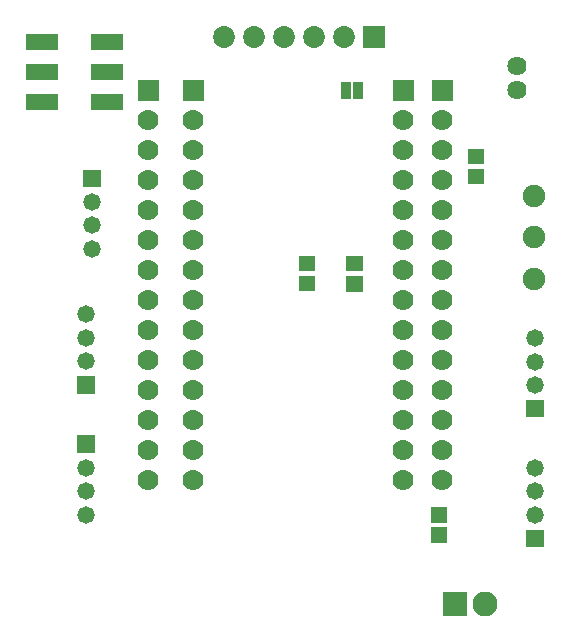
<source format=gts>
G04 Layer: TopSolderMaskLayer*
G04 EasyEDA v6.1.49, Tue, 11 Jun 2019 08:39:05 GMT*
G04 95c1c70a206543ea8c01bf924e9efc33,195b170a8e6c43a181dcefc3e1346bee,10*
G04 Gerber Generator version 0.2*
G04 Scale: 100 percent, Rotated: No, Reflected: No *
G04 Dimensions in millimeters *
G04 leading zeros omitted , absolute positions ,3 integer and 3 decimal *
%FSLAX33Y33*%
%MOMM*%
G90*
G71D02*

%ADD36C,1.473200*%
%ADD38C,1.778000*%
%ADD40C,1.854200*%
%ADD42C,1.902460*%
%ADD43C,1.625600*%
%ADD44C,1.723187*%
%ADD45R,1.723187X1.723187*%
%ADD47R,2.103196X2.103196*%
%ADD48C,2.103196*%

%LPD*%
G36*
G01X42752Y18769D02*
G01X42752Y20242D01*
G01X44225Y20242D01*
G01X44225Y18769D01*
G01X42752Y18769D01*
G37*
G54D36*
G01X43499Y21509D03*
G01X43499Y23491D03*
G01X43499Y25497D03*
G36*
G01X5261Y38268D02*
G01X5261Y39741D01*
G01X6735Y39741D01*
G01X6735Y38268D01*
G01X5261Y38268D01*
G37*
G01X6000Y36990D03*
G01X6000Y35009D03*
G01X6000Y33002D03*
G36*
G01X42759Y7765D02*
G01X42759Y9239D01*
G01X44233Y9239D01*
G01X44233Y7765D01*
G01X42759Y7765D01*
G37*
G01X43499Y10511D03*
G01X43499Y12492D03*
G01X43499Y14499D03*
G36*
G01X4759Y15774D02*
G01X4759Y17247D01*
G01X6232Y17247D01*
G01X6232Y15774D01*
G01X4759Y15774D01*
G37*
G01X5500Y14491D03*
G01X5500Y12510D03*
G01X5500Y10504D03*
G36*
G01X34758Y45561D02*
G01X34758Y47339D01*
G01X36536Y47339D01*
G01X36536Y45561D01*
G01X34758Y45561D01*
G37*
G54D38*
G01X35647Y43910D03*
G01X35647Y41370D03*
G01X35647Y38830D03*
G01X35647Y36290D03*
G01X35647Y33750D03*
G01X35647Y31210D03*
G01X35647Y28670D03*
G01X35647Y26130D03*
G01X35647Y23590D03*
G01X35647Y21050D03*
G01X35647Y18510D03*
G01X35647Y15970D03*
G01X35647Y13430D03*
G36*
G01X13676Y45561D02*
G01X13676Y47339D01*
G01X15454Y47339D01*
G01X15454Y45561D01*
G01X13676Y45561D01*
G37*
G01X14565Y43910D03*
G01X14565Y41370D03*
G01X14565Y38830D03*
G01X14565Y36290D03*
G01X14565Y33750D03*
G01X14565Y31210D03*
G01X14565Y28670D03*
G01X14565Y26130D03*
G01X14565Y23590D03*
G01X14565Y21050D03*
G01X14565Y18510D03*
G01X14565Y15970D03*
G01X14565Y13430D03*
G36*
G01X31456Y45561D02*
G01X31456Y47339D01*
G01X33234Y47339D01*
G01X33234Y45561D01*
G01X31456Y45561D01*
G37*
G01X32345Y43910D03*
G01X32345Y41370D03*
G01X32345Y38830D03*
G01X32345Y36290D03*
G01X32345Y33750D03*
G01X32345Y31210D03*
G01X32345Y28670D03*
G01X32345Y26130D03*
G01X32345Y23590D03*
G01X32345Y21050D03*
G01X32345Y18510D03*
G01X32345Y15970D03*
G01X32345Y13430D03*
G36*
G01X9866Y45561D02*
G01X9866Y47339D01*
G01X11644Y47339D01*
G01X11644Y45561D01*
G01X9866Y45561D01*
G37*
G01X10755Y43910D03*
G01X10755Y41370D03*
G01X10755Y38830D03*
G01X10755Y36290D03*
G01X10755Y33750D03*
G01X10755Y31210D03*
G01X10755Y28670D03*
G01X10755Y26130D03*
G01X10755Y23590D03*
G01X10755Y21050D03*
G01X10755Y18510D03*
G01X10755Y15970D03*
G01X10755Y13430D03*
G36*
G01X28922Y50069D02*
G01X28922Y51923D01*
G01X30776Y51923D01*
G01X30776Y50069D01*
G01X28922Y50069D01*
G37*
G54D40*
G01X27309Y50996D03*
G01X24769Y50996D03*
G01X22229Y50996D03*
G01X19689Y50996D03*
G01X17149Y50996D03*
G36*
G01X28116Y45713D02*
G01X28116Y47186D01*
G01X28955Y47186D01*
G01X28955Y45713D01*
G01X28116Y45713D01*
G37*
G36*
G01X27100Y45713D02*
G01X27100Y47186D01*
G01X27939Y47186D01*
G01X27939Y45713D01*
G01X27100Y45713D01*
G37*
G54D42*
G01X43397Y37504D03*
G01X43397Y33999D03*
G01X43397Y30493D03*
G54D43*
G01X42000Y46509D03*
G01X42000Y48490D03*
G36*
G01X4764Y20765D02*
G01X4764Y22238D01*
G01X6237Y22238D01*
G01X6237Y20765D01*
G01X4764Y20765D01*
G37*
G54D36*
G01X5499Y23509D03*
G01X5499Y25490D03*
G01X5499Y27497D03*
G54D44*
G01X14565Y15970D03*
G01X14565Y13430D03*
G01X32345Y13430D03*
G01X32345Y15970D03*
G01X32345Y18510D03*
G01X32345Y21050D03*
G01X32345Y23590D03*
G01X32345Y26130D03*
G01X32345Y28670D03*
G01X32345Y31210D03*
G01X32345Y33750D03*
G01X32345Y36290D03*
G01X14565Y18510D03*
G01X14565Y21050D03*
G01X14565Y23590D03*
G01X14565Y26130D03*
G01X14565Y28670D03*
G01X14565Y31210D03*
G01X14565Y33750D03*
G01X14565Y36290D03*
G01X14565Y38830D03*
G01X14565Y41370D03*
G01X14565Y43910D03*
G54D45*
G01X14565Y46450D03*
G54D44*
G01X32345Y38830D03*
G01X32345Y41370D03*
G01X32345Y43910D03*
G01X32345Y46450D03*
G36*
G01X37799Y38499D02*
G01X37799Y39802D01*
G01X39201Y39802D01*
G01X39201Y38499D01*
G01X37799Y38499D01*
G37*
G36*
G01X37799Y40199D02*
G01X37799Y41502D01*
G01X39201Y41502D01*
G01X39201Y40199D01*
G01X37799Y40199D01*
G37*
G36*
G01X27507Y29419D02*
G01X27507Y30722D01*
G01X28906Y30722D01*
G01X28906Y29419D01*
G01X27507Y29419D01*
G37*
G36*
G01X27507Y31118D02*
G01X27507Y32421D01*
G01X28906Y32421D01*
G01X28906Y31118D01*
G01X27507Y31118D01*
G37*
G36*
G01X23506Y31121D02*
G01X23506Y32424D01*
G01X24906Y32424D01*
G01X24906Y31121D01*
G01X23506Y31121D01*
G37*
G36*
G01X23506Y29421D02*
G01X23506Y30724D01*
G01X24906Y30724D01*
G01X24906Y29421D01*
G01X23506Y29421D01*
G37*
G54D47*
G01X36730Y3000D03*
G54D48*
G01X39270Y3000D03*
G36*
G01X34659Y9848D02*
G01X34659Y11151D01*
G01X36062Y11151D01*
G01X36062Y9848D01*
G01X34659Y9848D01*
G37*
G36*
G01X34659Y8149D02*
G01X34659Y9452D01*
G01X36062Y9452D01*
G01X36062Y8149D01*
G01X34659Y8149D01*
G37*
G36*
G01X397Y49838D02*
G01X397Y51240D01*
G01X3100Y51240D01*
G01X3100Y49838D01*
G01X397Y49838D01*
G37*
G36*
G01X397Y47298D02*
G01X397Y48700D01*
G01X3100Y48700D01*
G01X3100Y47298D01*
G01X397Y47298D01*
G37*
G36*
G01X397Y44758D02*
G01X397Y46160D01*
G01X3100Y46160D01*
G01X3100Y44758D01*
G01X397Y44758D01*
G37*
G36*
G01X5899Y49838D02*
G01X5899Y51240D01*
G01X8602Y51240D01*
G01X8602Y49838D01*
G01X5899Y49838D01*
G37*
G36*
G01X5899Y47298D02*
G01X5899Y48700D01*
G01X8602Y48700D01*
G01X8602Y47298D01*
G01X5899Y47298D01*
G37*
G36*
G01X5899Y44758D02*
G01X5899Y46160D01*
G01X8602Y46160D01*
G01X8602Y44758D01*
G01X5899Y44758D01*
G37*
M00*
M02*

</source>
